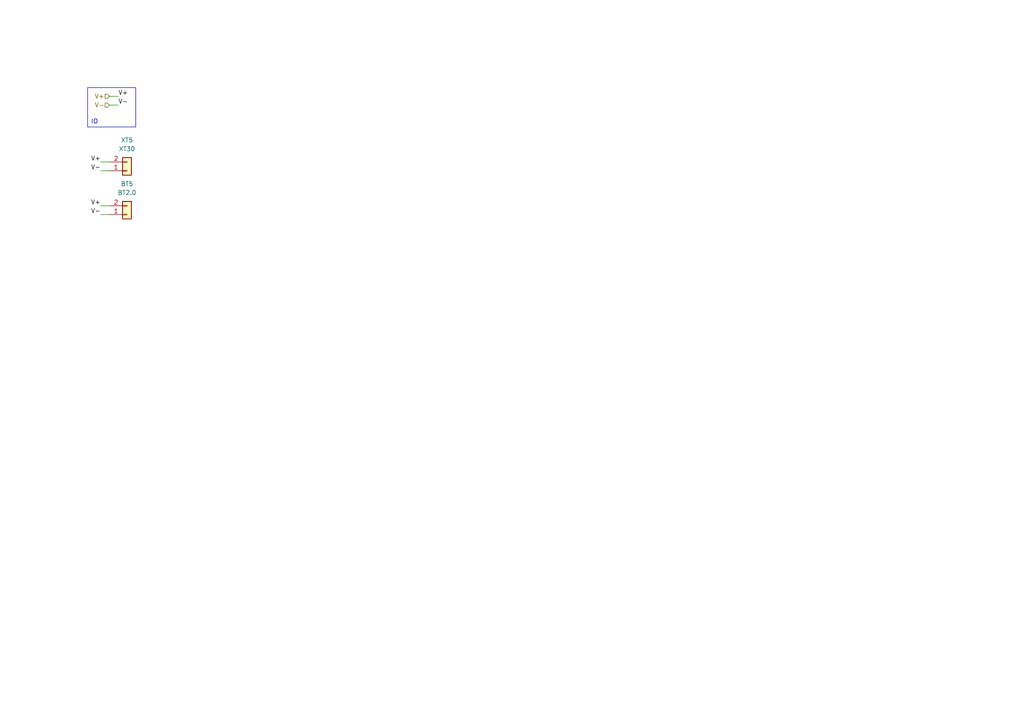
<source format=kicad_sch>
(kicad_sch (version 20250114) (generator "eeschema") (generator_version "9.0")
  (paper "A4")
  (lib_symbols
    (symbol "Connector_Generic:Conn_01x02" (pin_names (offset 1.016) (hide yes))
      (property "Reference" "J" (at 0 2.54 0))
      (property "Value" "Conn_01x02" (at 0 -5.08 0))
      (symbol "Conn_01x02_1_1"
        (rectangle (start -1.27 1.27) (end 1.27 -3.81) (stroke (width 0.254)) (fill (type background)))
        (rectangle (start -1.27 0.127) (end 0 -0.127) (stroke (width 0.1524)))
        (rectangle (start -1.27 -2.413) (end 0 -2.667) (stroke (width 0.1524)))
        (pin passive line (at -5.08 0 0) (length 3.81) (name "Pin_1") (number "1"))
        (pin passive line (at -5.08 -2.54 0) (length 3.81) (name "Pin_2") (number "2"))
      )
    )
  )
  (text_box "IO" (at 25.4 25.4 0) (size 13.97 11.43) (margins 0.9525 0.9525 0.9525 0.9525) (effects (font (size 1.27 1.27)) (justify left bottom)))
  (wire (pts (xy 29.21 46.99) (xy 31.75 46.99)))
  (wire (pts (xy 31.75 27.94) (xy 34.29 27.94)))
  (wire (pts (xy 29.21 62.23) (xy 31.75 62.23)))
  (wire (pts (xy 31.75 30.48) (xy 34.29 30.48)))
  (wire (pts (xy 29.21 59.69) (xy 31.75 59.69)))
  (wire (pts (xy 29.21 49.53) (xy 31.75 49.53)))
  (label "V-" (at 29.21 49.53 180))
  (label "V+" (at 29.21 46.99 180))
  (label "V+" (at 34.29 27.94 0))
  (label "V+" (at 29.21 59.69 180))
  (label "V-" (at 29.21 62.23 180))
  (label "V-" (at 34.29 30.48 0))
  (hierarchical_label "V-" (shape input) (at 31.75 30.48 180))
  (hierarchical_label "V+" (shape input) (at 31.75 27.94 180))
  (symbol (lib_id "Connector_Generic:Conn_01x02") (at 36.83 49.53 0) (mirror x) (unit 1)
    (property "Reference" "XT1" (at 36.83 40.64 0))
    (property "Value" "XT30" (at 36.83 43.18 0))
    (property "Footprint" "Connector_AMASS:AMASS_XT30PW-M_1x02_P2.50mm_Horizontal" (effects (hide yes)))
    (property "Datasheet" "https://www.tme.eu/Document/6eb2005a51a52592b3f19e8a450c54c8/XT30PW-M.pdf" (effects (hide yes)))
    (property "Description" "Generic connector, single row, 01x02, script generated (kicad-library-utils/schlib/autogen/connector/)" (effects (hide yes)))
    (property "LCSC" "C431092" (effects (hide yes)))
    (instances (project "1S-charging-board_PCB" (path "" (reference "XT5") (unit 1)) (path "" (reference "XT4") (unit 1)) (path "" (reference "XT3") (unit 1)) (path "" (reference "XT1") (unit 1)) (path "" (reference "XT6") (unit 1)) (path "" (reference "XT2") (unit 1))))
  )
  (symbol (lib_id "Connector_Generic:Conn_01x02") (at 36.83 62.23 0) (mirror x) (unit 1)
    (property "Reference" "BT1" (at 36.83 53.34 0))
    (property "Value" "BT2.0" (at 36.83 55.88 0))
    (property "Footprint" "BT20:BT20" (effects (hide yes)))
    (property "Description" "Generic connector, single row, 01x02, script generated (kicad-library-utils/schlib/autogen/connector/)" (effects (hide yes)))
    (property "LCSC" "-" (effects (hide yes)))
    (property "Aliexpress" "https://www.aliexpress.com/item/1005004465425088.html" (effects (hide yes)))
    (instances (project "1S-charging-board_PCB" (path "" (reference "BT5") (unit 1)) (path "" (reference "BT4") (unit 1)) (path "" (reference "BT3") (unit 1)) (path "" (reference "BT1") (unit 1)) (path "" (reference "BT6") (unit 1)) (path "" (reference "BT2") (unit 1))))
  )
)
</source>
